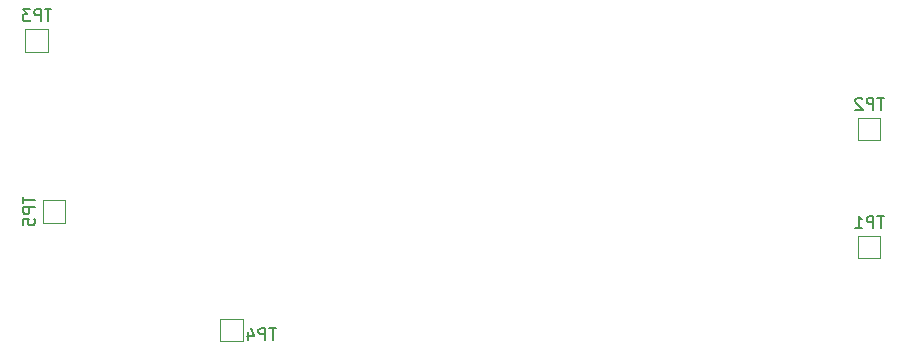
<source format=gbr>
%TF.GenerationSoftware,KiCad,Pcbnew,9.0.6*%
%TF.CreationDate,2025-12-29T20:46:53-03:00*%
%TF.ProjectId,122025,31323230-3235-42e6-9b69-6361645f7063,A*%
%TF.SameCoordinates,Original*%
%TF.FileFunction,Legend,Bot*%
%TF.FilePolarity,Positive*%
%FSLAX46Y46*%
G04 Gerber Fmt 4.6, Leading zero omitted, Abs format (unit mm)*
G04 Created by KiCad (PCBNEW 9.0.6) date 2025-12-29 20:46:53*
%MOMM*%
%LPD*%
G01*
G04 APERTURE LIST*
%ADD10C,0.200000*%
%ADD11C,0.120000*%
G04 APERTURE END LIST*
D10*
X13367219Y-57738095D02*
X13367219Y-58309523D01*
X14367219Y-58023809D02*
X13367219Y-58023809D01*
X14367219Y-58642857D02*
X13367219Y-58642857D01*
X13367219Y-58642857D02*
X13367219Y-59023809D01*
X13367219Y-59023809D02*
X13414838Y-59119047D01*
X13414838Y-59119047D02*
X13462457Y-59166666D01*
X13462457Y-59166666D02*
X13557695Y-59214285D01*
X13557695Y-59214285D02*
X13700552Y-59214285D01*
X13700552Y-59214285D02*
X13795790Y-59166666D01*
X13795790Y-59166666D02*
X13843409Y-59119047D01*
X13843409Y-59119047D02*
X13891028Y-59023809D01*
X13891028Y-59023809D02*
X13891028Y-58642857D01*
X13367219Y-60119047D02*
X13367219Y-59642857D01*
X13367219Y-59642857D02*
X13843409Y-59595238D01*
X13843409Y-59595238D02*
X13795790Y-59642857D01*
X13795790Y-59642857D02*
X13748171Y-59738095D01*
X13748171Y-59738095D02*
X13748171Y-59976190D01*
X13748171Y-59976190D02*
X13795790Y-60071428D01*
X13795790Y-60071428D02*
X13843409Y-60119047D01*
X13843409Y-60119047D02*
X13938647Y-60166666D01*
X13938647Y-60166666D02*
X14176742Y-60166666D01*
X14176742Y-60166666D02*
X14271980Y-60119047D01*
X14271980Y-60119047D02*
X14319600Y-60071428D01*
X14319600Y-60071428D02*
X14367219Y-59976190D01*
X14367219Y-59976190D02*
X14367219Y-59738095D01*
X14367219Y-59738095D02*
X14319600Y-59642857D01*
X14319600Y-59642857D02*
X14271980Y-59595238D01*
X34761904Y-68867219D02*
X34190476Y-68867219D01*
X34476190Y-69867219D02*
X34476190Y-68867219D01*
X33857142Y-69867219D02*
X33857142Y-68867219D01*
X33857142Y-68867219D02*
X33476190Y-68867219D01*
X33476190Y-68867219D02*
X33380952Y-68914838D01*
X33380952Y-68914838D02*
X33333333Y-68962457D01*
X33333333Y-68962457D02*
X33285714Y-69057695D01*
X33285714Y-69057695D02*
X33285714Y-69200552D01*
X33285714Y-69200552D02*
X33333333Y-69295790D01*
X33333333Y-69295790D02*
X33380952Y-69343409D01*
X33380952Y-69343409D02*
X33476190Y-69391028D01*
X33476190Y-69391028D02*
X33857142Y-69391028D01*
X32428571Y-69200552D02*
X32428571Y-69867219D01*
X32666666Y-68819600D02*
X32904761Y-69533885D01*
X32904761Y-69533885D02*
X32285714Y-69533885D01*
X15761904Y-41867219D02*
X15190476Y-41867219D01*
X15476190Y-42867219D02*
X15476190Y-41867219D01*
X14857142Y-42867219D02*
X14857142Y-41867219D01*
X14857142Y-41867219D02*
X14476190Y-41867219D01*
X14476190Y-41867219D02*
X14380952Y-41914838D01*
X14380952Y-41914838D02*
X14333333Y-41962457D01*
X14333333Y-41962457D02*
X14285714Y-42057695D01*
X14285714Y-42057695D02*
X14285714Y-42200552D01*
X14285714Y-42200552D02*
X14333333Y-42295790D01*
X14333333Y-42295790D02*
X14380952Y-42343409D01*
X14380952Y-42343409D02*
X14476190Y-42391028D01*
X14476190Y-42391028D02*
X14857142Y-42391028D01*
X13952380Y-41867219D02*
X13333333Y-41867219D01*
X13333333Y-41867219D02*
X13666666Y-42248171D01*
X13666666Y-42248171D02*
X13523809Y-42248171D01*
X13523809Y-42248171D02*
X13428571Y-42295790D01*
X13428571Y-42295790D02*
X13380952Y-42343409D01*
X13380952Y-42343409D02*
X13333333Y-42438647D01*
X13333333Y-42438647D02*
X13333333Y-42676742D01*
X13333333Y-42676742D02*
X13380952Y-42771980D01*
X13380952Y-42771980D02*
X13428571Y-42819600D01*
X13428571Y-42819600D02*
X13523809Y-42867219D01*
X13523809Y-42867219D02*
X13809523Y-42867219D01*
X13809523Y-42867219D02*
X13904761Y-42819600D01*
X13904761Y-42819600D02*
X13952380Y-42771980D01*
X86261904Y-59367219D02*
X85690476Y-59367219D01*
X85976190Y-60367219D02*
X85976190Y-59367219D01*
X85357142Y-60367219D02*
X85357142Y-59367219D01*
X85357142Y-59367219D02*
X84976190Y-59367219D01*
X84976190Y-59367219D02*
X84880952Y-59414838D01*
X84880952Y-59414838D02*
X84833333Y-59462457D01*
X84833333Y-59462457D02*
X84785714Y-59557695D01*
X84785714Y-59557695D02*
X84785714Y-59700552D01*
X84785714Y-59700552D02*
X84833333Y-59795790D01*
X84833333Y-59795790D02*
X84880952Y-59843409D01*
X84880952Y-59843409D02*
X84976190Y-59891028D01*
X84976190Y-59891028D02*
X85357142Y-59891028D01*
X83833333Y-60367219D02*
X84404761Y-60367219D01*
X84119047Y-60367219D02*
X84119047Y-59367219D01*
X84119047Y-59367219D02*
X84214285Y-59510076D01*
X84214285Y-59510076D02*
X84309523Y-59605314D01*
X84309523Y-59605314D02*
X84404761Y-59652933D01*
X86261904Y-49367219D02*
X85690476Y-49367219D01*
X85976190Y-50367219D02*
X85976190Y-49367219D01*
X85357142Y-50367219D02*
X85357142Y-49367219D01*
X85357142Y-49367219D02*
X84976190Y-49367219D01*
X84976190Y-49367219D02*
X84880952Y-49414838D01*
X84880952Y-49414838D02*
X84833333Y-49462457D01*
X84833333Y-49462457D02*
X84785714Y-49557695D01*
X84785714Y-49557695D02*
X84785714Y-49700552D01*
X84785714Y-49700552D02*
X84833333Y-49795790D01*
X84833333Y-49795790D02*
X84880952Y-49843409D01*
X84880952Y-49843409D02*
X84976190Y-49891028D01*
X84976190Y-49891028D02*
X85357142Y-49891028D01*
X84404761Y-49462457D02*
X84357142Y-49414838D01*
X84357142Y-49414838D02*
X84261904Y-49367219D01*
X84261904Y-49367219D02*
X84023809Y-49367219D01*
X84023809Y-49367219D02*
X83928571Y-49414838D01*
X83928571Y-49414838D02*
X83880952Y-49462457D01*
X83880952Y-49462457D02*
X83833333Y-49557695D01*
X83833333Y-49557695D02*
X83833333Y-49652933D01*
X83833333Y-49652933D02*
X83880952Y-49795790D01*
X83880952Y-49795790D02*
X84452380Y-50367219D01*
X84452380Y-50367219D02*
X83833333Y-50367219D01*
D11*
%TO.C,TP5*%
X15050000Y-58050000D02*
X16950000Y-58050000D01*
X15050000Y-59950000D02*
X15050000Y-58050000D01*
X16950000Y-58050000D02*
X16950000Y-59950000D01*
X16950000Y-59950000D02*
X15050000Y-59950000D01*
%TO.C,TP4*%
X30050000Y-68050000D02*
X31950000Y-68050000D01*
X30050000Y-69950000D02*
X30050000Y-68050000D01*
X31950000Y-68050000D02*
X31950000Y-69950000D01*
X31950000Y-69950000D02*
X30050000Y-69950000D01*
%TO.C,TP3*%
X13550000Y-43550000D02*
X15450000Y-43550000D01*
X13550000Y-45450000D02*
X13550000Y-43550000D01*
X15450000Y-43550000D02*
X15450000Y-45450000D01*
X15450000Y-45450000D02*
X13550000Y-45450000D01*
%TO.C,TP1*%
X84050000Y-61050000D02*
X85950000Y-61050000D01*
X84050000Y-62950000D02*
X84050000Y-61050000D01*
X85950000Y-61050000D02*
X85950000Y-62950000D01*
X85950000Y-62950000D02*
X84050000Y-62950000D01*
%TO.C,TP2*%
X84050000Y-51050000D02*
X85950000Y-51050000D01*
X84050000Y-52950000D02*
X84050000Y-51050000D01*
X85950000Y-51050000D02*
X85950000Y-52950000D01*
X85950000Y-52950000D02*
X84050000Y-52950000D01*
%TD*%
M02*

</source>
